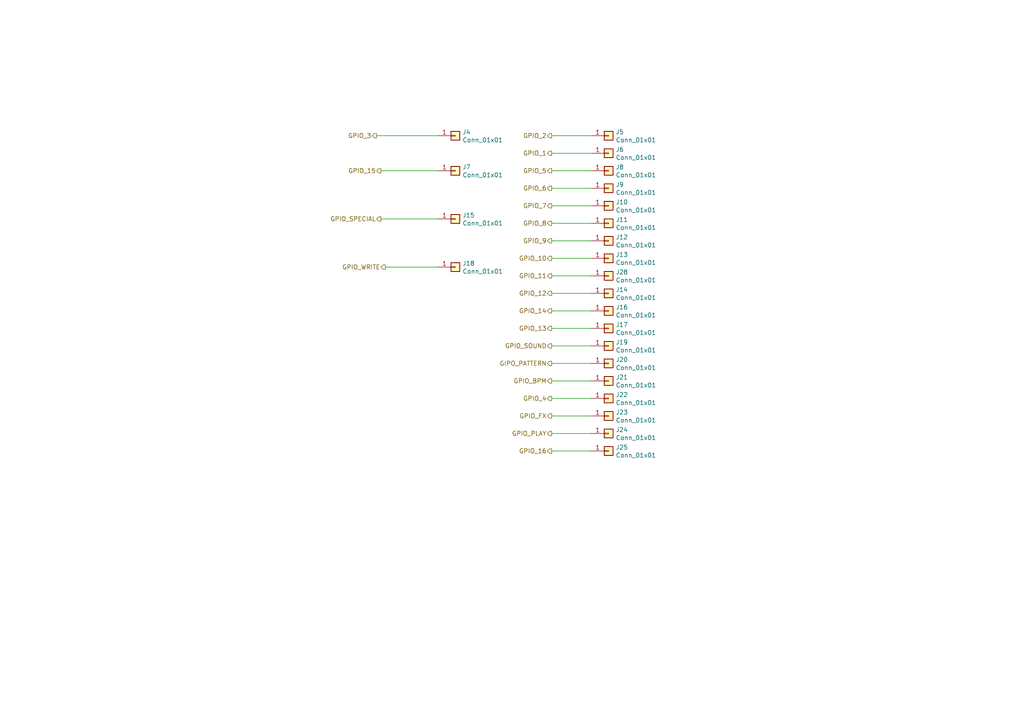
<source format=kicad_sch>
(kicad_sch (version 20211123) (generator eeschema)
  (paper "A4")
  (title_block (title "Pocket Operator MIDI Adapter") (rev "3.3") (company "Hanz Tech Inc"))
  (lib_symbols
    (symbol "Connector_Generic:Conn_01x01" (pin_names (offset 1.016) hide)
      (property "Reference" "J" (at 0 2.54 0))
      (property "Value" "Conn_01x01" (at 0 -2.54 0))
      (symbol "Conn_01x01_1_1"
        (rectangle (start -1.27 0.127) (end 0 -0.127) (stroke (width 0.1524)))
        (rectangle (start -1.27 1.27) (end 1.27 -1.27) (stroke (width 0.254)) (fill (type background)))
        (pin passive line (at -5.08 0 0) (length 3.81) (name "Pin_1") (number "1"))
      )
    )
  )
  (wire (pts (xy 160.02 120.65) (xy 171.45 120.65)))
  (wire (pts (xy 160.02 69.85) (xy 171.45 69.85)))
  (wire (pts (xy 160.02 80.01) (xy 171.45 80.01)))
  (wire (pts (xy 127 39.37) (xy 109.22 39.37)))
  (wire (pts (xy 127 63.5) (xy 110.49 63.5)))
  (wire (pts (xy 160.02 64.77) (xy 171.45 64.77)))
  (wire (pts (xy 160.02 110.49) (xy 171.45 110.49)))
  (wire (pts (xy 127 77.47) (xy 111.76 77.47)))
  (wire (pts (xy 160.02 130.81) (xy 171.45 130.81)))
  (wire (pts (xy 160.02 115.57) (xy 171.45 115.57)))
  (wire (pts (xy 171.45 39.37) (xy 160.02 39.37)))
  (wire (pts (xy 160.02 125.73) (xy 171.45 125.73)))
  (wire (pts (xy 160.02 54.61) (xy 171.45 54.61)))
  (wire (pts (xy 160.02 100.33) (xy 171.45 100.33)))
  (wire (pts (xy 160.02 49.53) (xy 171.45 49.53)))
  (wire (pts (xy 160.02 59.69) (xy 171.45 59.69)))
  (wire (pts (xy 160.02 44.45) (xy 171.45 44.45)))
  (wire (pts (xy 160.02 85.09) (xy 171.45 85.09)))
  (wire (pts (xy 160.02 95.25) (xy 171.45 95.25)))
  (wire (pts (xy 160.02 105.41) (xy 171.45 105.41)))
  (wire (pts (xy 160.02 74.93) (xy 171.45 74.93)))
  (wire (pts (xy 160.02 90.17) (xy 171.45 90.17)))
  (wire (pts (xy 127 49.53) (xy 110.49 49.53)))
  (hierarchical_label "GIPO_PATTERN" (shape output) (at 160.02 105.41 180))
  (hierarchical_label "GPIO_14" (shape output) (at 160.02 90.17 180))
  (hierarchical_label "GPIO_WRITE" (shape output) (at 111.76 77.47 180))
  (hierarchical_label "GPIO_5" (shape output) (at 160.02 49.53 180))
  (hierarchical_label "GPIO_7" (shape output) (at 160.02 59.69 180))
  (hierarchical_label "GPIO_6" (shape output) (at 160.02 54.61 180))
  (hierarchical_label "GPIO_FX" (shape output) (at 160.02 120.65 180))
  (hierarchical_label "GPIO_BPM" (shape output) (at 160.02 110.49 180))
  (hierarchical_label "GPIO_1" (shape output) (at 160.02 44.45 180))
  (hierarchical_label "GPIO_12" (shape output) (at 160.02 85.09 180))
  (hierarchical_label "GPIO_3" (shape output) (at 109.22 39.37 180))
  (hierarchical_label "GPIO_9" (shape output) (at 160.02 69.85 180))
  (hierarchical_label "GPIO_15" (shape output) (at 110.49 49.53 180))
  (hierarchical_label "GPIO_SPECIAL" (shape output) (at 110.49 63.5 180))
  (hierarchical_label "GPIO_10" (shape output) (at 160.02 74.93 180))
  (hierarchical_label "GPIO_2" (shape output) (at 160.02 39.37 180))
  (hierarchical_label "GPIO_13" (shape output) (at 160.02 95.25 180))
  (hierarchical_label "GPIO_16" (shape output) (at 160.02 130.81 180))
  (hierarchical_label "GPIO_11" (shape output) (at 160.02 80.01 180))
  (hierarchical_label "GPIO_8" (shape output) (at 160.02 64.77 180))
  (hierarchical_label "GPIO_4" (shape output) (at 160.02 115.57 180))
  (hierarchical_label "GPIO_PLAY" (shape output) (at 160.02 125.73 180))
  (hierarchical_label "GPIO_SOUND" (shape output) (at 160.02 100.33 180))
  (symbol (lib_id "Connector_Generic:Conn_01x01") (at 176.53 39.37 0) (unit 1)
    (property "Reference" "J5" (at 178.562 38.3032 0) (effects (justify left)))
    (property "Value" "Conn_01x01" (at 178.562 40.6146 0) (effects (justify left)))
    (property "Footprint" "Connector_Pin:Pin_D1.0mm_L10.0mm" (effects hide))
  )
  (symbol (lib_id "Connector_Generic:Conn_01x01") (at 176.53 44.45 0) (unit 1)
    (property "Reference" "J6" (at 178.562 43.3832 0) (effects (justify left)))
    (property "Value" "Conn_01x01" (at 178.562 45.6946 0) (effects (justify left)))
    (property "Footprint" "Connector_Pin:Pin_D1.0mm_L10.0mm" (effects hide))
  )
  (symbol (lib_id "Connector_Generic:Conn_01x01") (at 176.53 49.53 0) (unit 1)
    (property "Reference" "J8" (at 178.562 48.4632 0) (effects (justify left)))
    (property "Value" "Conn_01x01" (at 178.562 50.7746 0) (effects (justify left)))
    (property "Footprint" "Connector_Pin:Pin_D1.0mm_L10.0mm" (effects hide))
  )
  (symbol (lib_id "Connector_Generic:Conn_01x01") (at 176.53 54.61 0) (unit 1)
    (property "Reference" "J9" (at 178.562 53.5432 0) (effects (justify left)))
    (property "Value" "Conn_01x01" (at 178.562 55.8546 0) (effects (justify left)))
    (property "Footprint" "Connector_Pin:Pin_D1.0mm_L10.0mm" (effects hide))
  )
  (symbol (lib_id "Connector_Generic:Conn_01x01") (at 176.53 59.69 0) (unit 1)
    (property "Reference" "J10" (at 178.562 58.6232 0) (effects (justify left)))
    (property "Value" "Conn_01x01" (at 178.562 60.9346 0) (effects (justify left)))
    (property "Footprint" "Connector_Pin:Pin_D1.0mm_L10.0mm" (effects hide))
  )
  (symbol (lib_id "Connector_Generic:Conn_01x01") (at 176.53 64.77 0) (unit 1)
    (property "Reference" "J11" (at 178.562 63.7032 0) (effects (justify left)))
    (property "Value" "Conn_01x01" (at 178.562 66.0146 0) (effects (justify left)))
    (property "Footprint" "Connector_Pin:Pin_D1.0mm_L10.0mm" (effects hide))
  )
  (symbol (lib_id "Connector_Generic:Conn_01x01") (at 176.53 69.85 0) (unit 1)
    (property "Reference" "J12" (at 178.562 68.7832 0) (effects (justify left)))
    (property "Value" "Conn_01x01" (at 178.562 71.0946 0) (effects (justify left)))
    (property "Footprint" "Connector_Pin:Pin_D1.0mm_L10.0mm" (effects hide))
  )
  (symbol (lib_id "Connector_Generic:Conn_01x01") (at 176.53 74.93 0) (unit 1)
    (property "Reference" "J13" (at 178.562 73.8632 0) (effects (justify left)))
    (property "Value" "Conn_01x01" (at 178.562 76.1746 0) (effects (justify left)))
    (property "Footprint" "Connector_Pin:Pin_D1.0mm_L10.0mm" (effects hide))
  )
  (symbol (lib_id "Connector_Generic:Conn_01x01") (at 176.53 80.01 0) (unit 1)
    (property "Reference" "J28" (at 178.562 78.9432 0) (effects (justify left)))
    (property "Value" "Conn_01x01" (at 178.562 81.2546 0) (effects (justify left)))
    (property "Footprint" "Connector_Pin:Pin_D1.0mm_L10.0mm" (effects hide))
  )
  (symbol (lib_id "Connector_Generic:Conn_01x01") (at 176.53 85.09 0) (unit 1)
    (property "Reference" "J14" (at 178.562 84.0232 0) (effects (justify left)))
    (property "Value" "Conn_01x01" (at 178.562 86.3346 0) (effects (justify left)))
    (property "Footprint" "Connector_Pin:Pin_D1.0mm_L10.0mm" (effects hide))
  )
  (symbol (lib_id "Connector_Generic:Conn_01x01") (at 176.53 90.17 0) (unit 1)
    (property "Reference" "J16" (at 178.562 89.1032 0) (effects (justify left)))
    (property "Value" "Conn_01x01" (at 178.562 91.4146 0) (effects (justify left)))
    (property "Footprint" "Connector_Pin:Pin_D1.0mm_L10.0mm" (effects hide))
  )
  (symbol (lib_id "Connector_Generic:Conn_01x01") (at 176.53 95.25 0) (unit 1)
    (property "Reference" "J17" (at 178.562 94.1832 0) (effects (justify left)))
    (property "Value" "Conn_01x01" (at 178.562 96.4946 0) (effects (justify left)))
    (property "Footprint" "Connector_Pin:Pin_D1.0mm_L10.0mm" (effects hide))
  )
  (symbol (lib_id "Connector_Generic:Conn_01x01") (at 176.53 100.33 0) (unit 1)
    (property "Reference" "J19" (at 178.562 99.2632 0) (effects (justify left)))
    (property "Value" "Conn_01x01" (at 178.562 101.5746 0) (effects (justify left)))
    (property "Footprint" "Connector_Pin:Pin_D1.0mm_L10.0mm" (effects hide))
  )
  (symbol (lib_id "Connector_Generic:Conn_01x01") (at 176.53 105.41 0) (unit 1)
    (property "Reference" "J20" (at 178.562 104.3432 0) (effects (justify left)))
    (property "Value" "Conn_01x01" (at 178.562 106.6546 0) (effects (justify left)))
    (property "Footprint" "Connector_Pin:Pin_D1.0mm_L10.0mm" (effects hide))
  )
  (symbol (lib_id "Connector_Generic:Conn_01x01") (at 176.53 110.49 0) (unit 1)
    (property "Reference" "J21" (at 178.562 109.4232 0) (effects (justify left)))
    (property "Value" "Conn_01x01" (at 178.562 111.7346 0) (effects (justify left)))
    (property "Footprint" "Connector_Pin:Pin_D1.0mm_L10.0mm" (effects hide))
  )
  (symbol (lib_id "Connector_Generic:Conn_01x01") (at 176.53 115.57 0) (unit 1)
    (property "Reference" "J22" (at 178.562 114.5032 0) (effects (justify left)))
    (property "Value" "Conn_01x01" (at 178.562 116.8146 0) (effects (justify left)))
    (property "Footprint" "Connector_Pin:Pin_D1.0mm_L10.0mm" (effects hide))
  )
  (symbol (lib_id "Connector_Generic:Conn_01x01") (at 176.53 120.65 0) (unit 1)
    (property "Reference" "J23" (at 178.562 119.5832 0) (effects (justify left)))
    (property "Value" "Conn_01x01" (at 178.562 121.8946 0) (effects (justify left)))
    (property "Footprint" "Connector_Pin:Pin_D1.0mm_L10.0mm" (effects hide))
  )
  (symbol (lib_id "Connector_Generic:Conn_01x01") (at 176.53 125.73 0) (unit 1)
    (property "Reference" "J24" (at 178.562 124.6632 0) (effects (justify left)))
    (property "Value" "Conn_01x01" (at 178.562 126.9746 0) (effects (justify left)))
    (property "Footprint" "Connector_Pin:Pin_D1.0mm_L10.0mm" (effects hide))
  )
  (symbol (lib_id "Connector_Generic:Conn_01x01") (at 176.53 130.81 0) (unit 1)
    (property "Reference" "J25" (at 178.562 129.7432 0) (effects (justify left)))
    (property "Value" "Conn_01x01" (at 178.562 132.0546 0) (effects (justify left)))
    (property "Footprint" "Connector_Pin:Pin_D1.0mm_L10.0mm" (effects hide))
  )
  (symbol (lib_id "Connector_Generic:Conn_01x01") (at 132.08 39.37 0) (unit 1)
    (property "Reference" "J4" (at 134.112 38.3032 0) (effects (justify left)))
    (property "Value" "Conn_01x01" (at 134.112 40.6146 0) (effects (justify left)))
    (property "Footprint" "Connector_Pin:Pin_D1.0mm_L10.0mm" (effects hide))
  )
  (symbol (lib_id "Connector_Generic:Conn_01x01") (at 132.08 49.53 0) (unit 1)
    (property "Reference" "J7" (at 134.112 48.4632 0) (effects (justify left)))
    (property "Value" "Conn_01x01" (at 134.112 50.7746 0) (effects (justify left)))
    (property "Footprint" "Connector_Pin:Pin_D1.0mm_L10.0mm" (effects hide))
  )
  (symbol (lib_id "Connector_Generic:Conn_01x01") (at 132.08 63.5 0) (unit 1)
    (property "Reference" "J15" (at 134.112 62.4332 0) (effects (justify left)))
    (property "Value" "Conn_01x01" (at 134.112 64.7446 0) (effects (justify left)))
    (property "Footprint" "Connector_Pin:Pin_D1.0mm_L10.0mm" (effects hide))
  )
  (symbol (lib_id "Connector_Generic:Conn_01x01") (at 132.08 77.47 0) (unit 1)
    (property "Reference" "J18" (at 134.112 76.4032 0) (effects (justify left)))
    (property "Value" "Conn_01x01" (at 134.112 78.7146 0) (effects (justify left)))
    (property "Footprint" "Connector_Pin:Pin_D1.0mm_L10.0mm" (effects hide))
  )
)
</source>
